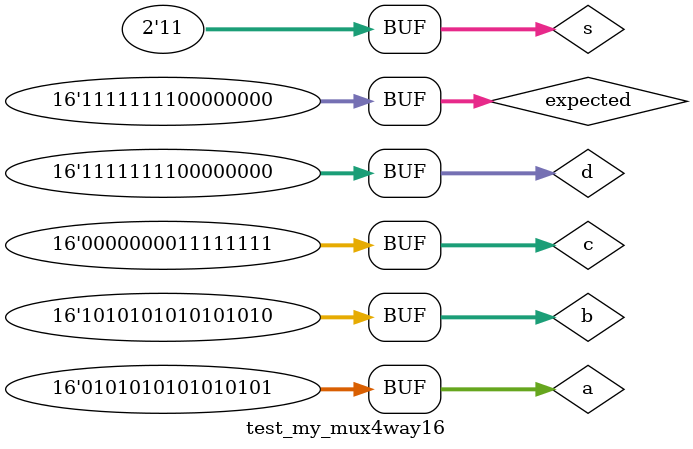
<source format=v>
`include "my_mux4way16.v"

module test_my_mux4way16();
   reg [15:0] a;
   reg [15:0] b;
   reg [15:0] c;
   reg [15:0] d;
   reg [1:0] s;
   reg [15:0] expected;
   
   wire [15:0] e;

   my_mux4way16 u1(e, a, b, c, d, s);

   initial 
     begin
	a = 16'b0101010101010101;
	b = 16'b1010101010101010;
	c = 16'b0000000011111111;
	d = 16'b1111111100000000;
	s = 2'b00;
	
	expected = 16'b0101010101010101;

	#1 
        s = 2'b01;
	expected = 16'b1010101010101010;

	#1
        s = 2'b10;
	expected = 16'b0000000011111111;

	#1
        s = 2'b11;
	expected = 16'b1111111100000000;
     end

   initial
     $monitor("my_mux16 %d %b %b %b %b %b (%b %b)", $time, a, b, c, d, s, e, expected);
   
endmodule

</source>
